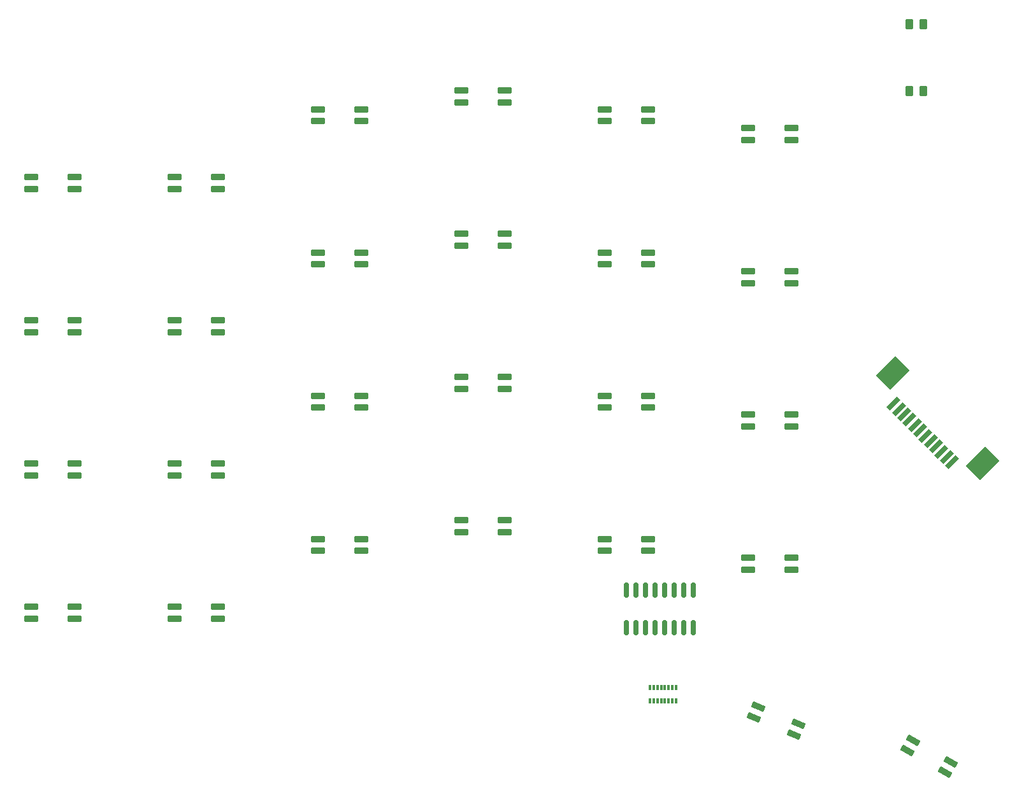
<source format=gbr>
%TF.GenerationSoftware,KiCad,Pcbnew,8.0.8-8.0.8-0~ubuntu22.04.1*%
%TF.CreationDate,2025-02-03T17:59:22-06:00*%
%TF.ProjectId,kbd,6b62642e-6b69-4636-9164-5f7063625858,rev?*%
%TF.SameCoordinates,Original*%
%TF.FileFunction,Paste,Bot*%
%TF.FilePolarity,Positive*%
%FSLAX46Y46*%
G04 Gerber Fmt 4.6, Leading zero omitted, Abs format (unit mm)*
G04 Created by KiCad (PCBNEW 8.0.8-8.0.8-0~ubuntu22.04.1) date 2025-02-03 17:59:22*
%MOMM*%
%LPD*%
G01*
G04 APERTURE LIST*
G04 Aperture macros list*
%AMRoundRect*
0 Rectangle with rounded corners*
0 $1 Rounding radius*
0 $2 $3 $4 $5 $6 $7 $8 $9 X,Y pos of 4 corners*
0 Add a 4 corners polygon primitive as box body*
4,1,4,$2,$3,$4,$5,$6,$7,$8,$9,$2,$3,0*
0 Add four circle primitives for the rounded corners*
1,1,$1+$1,$2,$3*
1,1,$1+$1,$4,$5*
1,1,$1+$1,$6,$7*
1,1,$1+$1,$8,$9*
0 Add four rect primitives between the rounded corners*
20,1,$1+$1,$2,$3,$4,$5,0*
20,1,$1+$1,$4,$5,$6,$7,0*
20,1,$1+$1,$6,$7,$8,$9,0*
20,1,$1+$1,$8,$9,$2,$3,0*%
%AMRotRect*
0 Rectangle, with rotation*
0 The origin of the aperture is its center*
0 $1 length*
0 $2 width*
0 $3 Rotation angle, in degrees counterclockwise*
0 Add horizontal line*
21,1,$1,$2,0,0,$3*%
G04 Aperture macros list end*
%ADD10RoundRect,0.082000X-0.818000X-0.328000X0.818000X-0.328000X0.818000X0.328000X-0.818000X0.328000X0*%
%ADD11RoundRect,0.082000X0.818000X0.328000X-0.818000X0.328000X-0.818000X-0.328000X0.818000X-0.328000X0*%
%ADD12RoundRect,0.082000X-0.872409X0.124944X0.544409X-0.693056X0.872409X-0.124944X-0.544409X0.693056X0*%
%ADD13RoundRect,0.082000X-0.881133X0.017692X0.624813X-0.621544X0.881133X-0.017692X-0.624813X0.621544X0*%
%ADD14RotRect,0.610000X2.000000X315.000000*%
%ADD15RotRect,2.680000X3.600000X315.000000*%
%ADD16RoundRect,0.150000X0.150000X-0.850000X0.150000X0.850000X-0.150000X0.850000X-0.150000X-0.850000X0*%
%ADD17RoundRect,0.250000X0.262500X0.450000X-0.262500X0.450000X-0.262500X-0.450000X0.262500X-0.450000X0*%
%ADD18R,0.300000X0.800000*%
%ADD19RoundRect,0.250000X-0.262500X-0.450000X0.262500X-0.450000X0.262500X0.450000X-0.262500X0.450000X0*%
G04 APERTURE END LIST*
D10*
%TO.C,LED35*%
X158150000Y-116740000D03*
X158150000Y-115160000D03*
X152350000Y-115160000D03*
X152350000Y-116740000D03*
%TD*%
D11*
%TO.C,LED01*%
X76150000Y-64510000D03*
X76150000Y-66090000D03*
X81950000Y-66090000D03*
X81950000Y-64510000D03*
%TD*%
%TO.C,LED04*%
X133300000Y-55510000D03*
X133300000Y-57090000D03*
X139100000Y-57090000D03*
X139100000Y-55510000D03*
%TD*%
D10*
%TO.C,LED30*%
X62900000Y-123240000D03*
X62900000Y-121660000D03*
X57100000Y-121660000D03*
X57100000Y-123240000D03*
%TD*%
D11*
%TO.C,LED20*%
X57100000Y-102609999D03*
X57100000Y-104189999D03*
X62900000Y-104189999D03*
X62900000Y-102609999D03*
%TD*%
D10*
%TO.C,LED13*%
X120050000Y-73640000D03*
X120050000Y-72060000D03*
X114250000Y-72060000D03*
X114250000Y-73640000D03*
%TD*%
%TO.C,LED32*%
X101000000Y-114240000D03*
X101000000Y-112660000D03*
X95200000Y-112660000D03*
X95200000Y-114240000D03*
%TD*%
D11*
%TO.C,LED21*%
X76150000Y-102609999D03*
X76150000Y-104189999D03*
X81950000Y-104189999D03*
X81950000Y-102609999D03*
%TD*%
D12*
%TO.C,LED37*%
X178516474Y-143684160D03*
X179306474Y-142315840D03*
X174283526Y-139415840D03*
X173493526Y-140784160D03*
%TD*%
D11*
%TO.C,LED23*%
X114250000Y-91109999D03*
X114250000Y-92689999D03*
X120050000Y-92689999D03*
X120050000Y-91109999D03*
%TD*%
D10*
%TO.C,LED31*%
X81950000Y-123240000D03*
X81950000Y-121660000D03*
X76150000Y-121660000D03*
X76150000Y-123240000D03*
%TD*%
D11*
%TO.C,LED24*%
X133300000Y-93609999D03*
X133300000Y-95189999D03*
X139100000Y-95189999D03*
X139100000Y-93609999D03*
%TD*%
%TO.C,LED25*%
X152350000Y-96109999D03*
X152350000Y-97689999D03*
X158150000Y-97689999D03*
X158150000Y-96109999D03*
%TD*%
%TO.C,LED03*%
X114250000Y-53010000D03*
X114250000Y-54590000D03*
X120050000Y-54590000D03*
X120050000Y-53010000D03*
%TD*%
D10*
%TO.C,LED33*%
X120050000Y-111740000D03*
X120050000Y-110160000D03*
X114250000Y-110160000D03*
X114250000Y-111740000D03*
%TD*%
D13*
%TO.C,LED36*%
X158430786Y-138698065D03*
X159048142Y-137243667D03*
X153709214Y-134977427D03*
X153091858Y-136431825D03*
%TD*%
D10*
%TO.C,LED14*%
X139100000Y-76140000D03*
X139100000Y-74560000D03*
X133300000Y-74560000D03*
X133300000Y-76140000D03*
%TD*%
D11*
%TO.C,LED22*%
X95200000Y-93609999D03*
X95200000Y-95189999D03*
X101000000Y-95189999D03*
X101000000Y-93609999D03*
%TD*%
D10*
%TO.C,LED10*%
X62900000Y-85140000D03*
X62900000Y-83560000D03*
X57100000Y-83560000D03*
X57100000Y-85140000D03*
%TD*%
%TO.C,LED12*%
X101000000Y-76140000D03*
X101000000Y-74560000D03*
X95200000Y-74560000D03*
X95200000Y-76140000D03*
%TD*%
D11*
%TO.C,LED02*%
X95200000Y-55510000D03*
X95200000Y-57090000D03*
X101000000Y-57090000D03*
X101000000Y-55510000D03*
%TD*%
D10*
%TO.C,LED34*%
X139100000Y-114240000D03*
X139100000Y-112660000D03*
X133300000Y-112660000D03*
X133300000Y-114240000D03*
%TD*%
D11*
%TO.C,LED00*%
X57100000Y-64510000D03*
X57100000Y-66090000D03*
X62900000Y-66090000D03*
X62900000Y-64510000D03*
%TD*%
D10*
%TO.C,LED15*%
X158150000Y-78640000D03*
X158150000Y-77060000D03*
X152350000Y-77060000D03*
X152350000Y-78640000D03*
%TD*%
%TO.C,LED11*%
X81950000Y-85140000D03*
X81950000Y-83560000D03*
X76150000Y-83560000D03*
X76150000Y-85140000D03*
%TD*%
D11*
%TO.C,LED05*%
X152350000Y-58010000D03*
X152350000Y-59590000D03*
X158150000Y-59590000D03*
X158150000Y-58010000D03*
%TD*%
D14*
%TO.C,J1*%
X171684350Y-94694148D03*
X172391457Y-95401255D03*
X173098564Y-96108361D03*
X173805671Y-96815468D03*
X174512778Y-97522575D03*
X175219884Y-98229682D03*
X175926991Y-98936789D03*
X176634098Y-99643895D03*
X177341205Y-100351002D03*
X178048312Y-101058109D03*
X178755418Y-101765216D03*
X179462525Y-102472323D03*
D15*
X171550000Y-90600000D03*
X183556673Y-102606673D03*
%TD*%
D16*
%TO.C,U2*%
X145050000Y-124500000D03*
X143780000Y-124500000D03*
X142510000Y-124500000D03*
X141240000Y-124500000D03*
X139970000Y-124500000D03*
X138700000Y-124500000D03*
X137430000Y-124500000D03*
X136160000Y-124500000D03*
X136160000Y-119500000D03*
X137430000Y-119500000D03*
X138700000Y-119500000D03*
X139970000Y-119500000D03*
X141240000Y-119500000D03*
X142510000Y-119500000D03*
X143780000Y-119500000D03*
X145050000Y-119500000D03*
%TD*%
D17*
%TO.C,R1*%
X175600000Y-44205000D03*
X173775000Y-44205000D03*
%TD*%
D18*
%TO.C,RN2*%
X142805000Y-134200000D03*
X142305000Y-134200000D03*
X141805000Y-134200000D03*
X141305000Y-134200000D03*
X140805000Y-134200000D03*
X140305000Y-134200000D03*
X139805000Y-134200000D03*
X139305000Y-134200000D03*
X139305000Y-132400000D03*
X139805000Y-132400000D03*
X140305000Y-132400000D03*
X140805000Y-132400000D03*
X141305000Y-132400000D03*
X141805000Y-132400000D03*
X142305000Y-132400000D03*
X142805000Y-132400000D03*
%TD*%
D19*
%TO.C,R2*%
X173775000Y-53050000D03*
X175600000Y-53050000D03*
%TD*%
M02*

</source>
